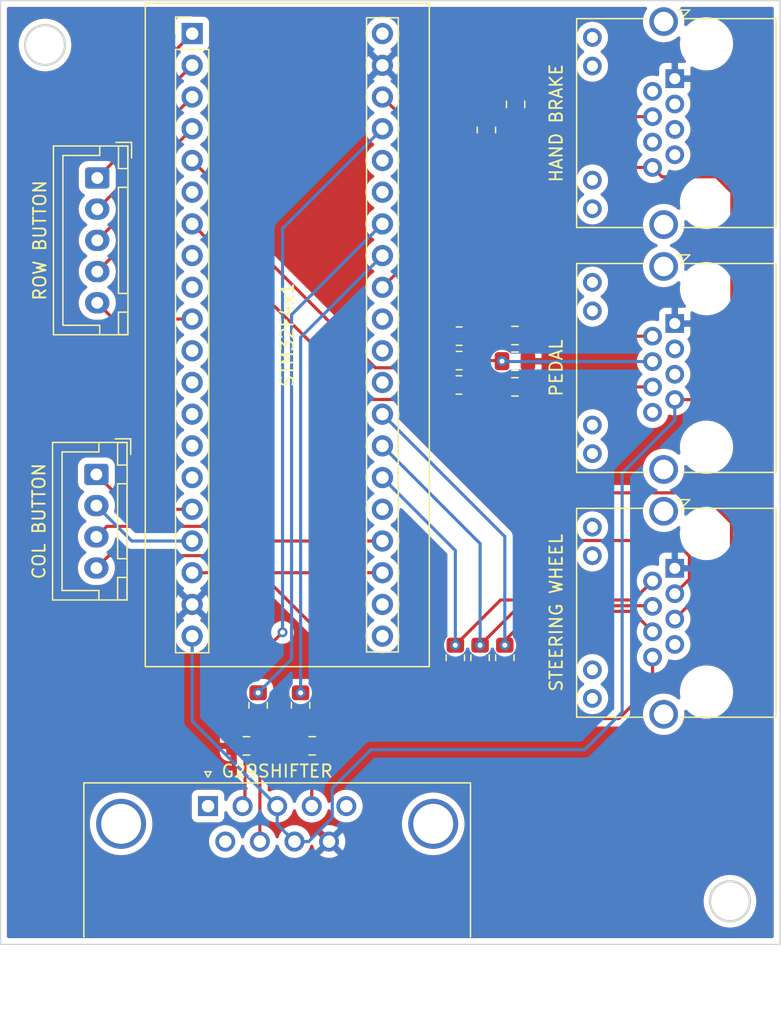
<source format=kicad_pcb>
(kicad_pcb (version 20211014) (generator pcbnew)
  (layers (0 "F.Cu" signal) (31 "B.Cu" signal) (34 "B.Paste" user) (35 "F.Paste" user) (36 "B.SilkS" user "B.Silkscreen") (37 "F.SilkS" user "F.Silkscreen") (38 "B.Mask" user) (39 "F.Mask" user) (44 "Edge.Cuts" user))
  (net 0 "")
  (net 1 "GND")
  (net 2 "ACCEL")
  (net 3 "BRAKE")
  (net 4 "CLUTCH")
  (net 5 "HBRAKE")
  (net 6 "SHIFTER X")
  (net 7 "SHIFTER Y")
  (net 8 "BTN_COL3")
  (net 9 "BTN_COL4")
  (net 11 "VCC 3.3V")
  (net 12 "REVERSE")
  (net 19 "VCC 5V")
  (net 20 "ENC A")
  (net 21 "ENC B")
  (net 22 "ENC Z")
  (net 23 "Net-(R4-Pad2)")
  (net 24 "Net-(R5-Pad2)")
  (net 25 "Net-(R6-Pad2)")
  (net 26 "Net-(R7-Pad2)")
  (net 27 "Net-(R8-Pad2)")
  (net 28 "PWM")
  (net 29 "DIR")
  (net 30 "BTN_ROW5")
  (net 34 "BTN_ROW4")
  (net 35 "BTN_ROW3")
  (net 36 "BTN_ROW2")
  (net 37 "BTN_ROW1")
  (net 39 "Net-(R9-Pad2)")
  (net 48 "BTN_COL1")
  (net 49 "BTN_COL2")
  (footprint "Resistor_SMD:R_0805_2012Metric_Pad1.20x1.40mm_HandSolder" (layer "F.Cu") (at 112.9124 86.6648 180)
    (fp_text reference "R6" hide)
    (fp_text value "220" hide)
    (fp_line (start -0.227064 0.735) (end 0.227064 0.735) (layer "F.SilkS") (width 0.12))
    (fp_line (start -0.227064 -0.735) (end 0.227064 -0.735) (layer "F.SilkS") (width 0.12))
    (pad "1" smd roundrect (at -1 0 180) (size 1.2 1.4) (layers "F.Cu" "F.Paste" "F.Mask") (roundrect_rratio 0.2083333333) (net 4 "CLUTCH"))
    (pad "2" smd roundrect (at 1 0 180) (size 1.2 1.4) (layers "F.Cu" "F.Paste" "F.Mask") (roundrect_rratio 0.2083333333) (net 25 "Net-(R6-Pad2)"))
  )
  (footprint "Connector_RJ:RJ45_Amphenol_RJHSE538X" (layer "F.Cu") (at 130.2004 101.35 -90)
    (fp_text reference "STEERINGWHEEL1" hide)
    (fp_text value "STEERING WHEEL" (at 3.56 9.5 90) (layer "F.SilkS"))
    (fp_line (start 11.925 -8.11) (end 11.925 -0.5) (layer "F.SilkS") (width 0.12))
    (fp_line (start -4.805 7.86) (end 11.925 7.86) (layer "F.SilkS") (width 0.12))
    (fp_line (start -5.5 -0.2) (end -5.5 -1.2) (layer "F.SilkS") (width 0.12))
    (fp_line (start -5 -0.7) (end -5.5 -0.2) (layer "F.SilkS") (width 0.12))
    (fp_line (start -4.805 -8.11) (end -4.805 -0.5) (layer "F.SilkS") (width 0.12))
    (fp_line (start -4.805 7.86) (end -4.805 2.3) (layer "F.SilkS") (width 0.12))
    (fp_line (start 11.925 7.86) (end 11.925 2.3) (layer "F.SilkS") (width 0.12))
    (fp_line (start -4.805 -8.11) (end 11.925 -8.11) (layer "F.SilkS") (width 0.12))
    (fp_line (start -5.5 -1.2) (end -5 -0.7) (layer "F.SilkS") (width 0.12))
    (pad "" np_thru_hole circle (at 9.91 -2.54 270) (size 3.25 3.25) (drill 3.25) (layers *.Cu *.Mask))
    (pad "" np_thru_hole circle (at -2.79 -2.54 270) (size 3.25 3.25) (drill 3.25) (layers *.Cu *.Mask))
    (pad "1" thru_hole rect (at 0 0 270) (size 1.5 1.5) (drill 0.89) (layers *.Cu *.Mask) (net 1 "GND"))
    (pad "2" thru_hole circle (at 1.016 1.78 270) (size 1.5 1.5) (drill 0.89) (layers *.Cu *.Mask) (net 20 "ENC A"))
    (pad "3" thru_hole circle (at 2.032 0 270) (size 1.5 1.5) (drill 0.89) (layers *.Cu *.Mask) (net 29 "DIR"))
    (pad "4" thru_hole circle (at 3.048 1.78 270) (size 1.5 1.5) (drill 0.89) (layers *.Cu *.Mask) (net 21 "ENC B"))
    (pad "5" thru_hole circle (at 4.064 0 270) (size 1.5 1.5) (drill 0.89) (layers *.Cu *.Mask) (net 28 "PWM"))
    (pad "6" thru_hole circle (at 5.08 1.78 270) (size 1.5 1.5) (drill 0.89) (layers *.Cu *.Mask) (net 22 "ENC Z"))
    (pad "7" thru_hole circle (at 6.096 0 270) (size 1.5 1.5) (drill 0.89) (layers *.Cu *.Mask))
    (pad "8" thru_hole circle (at 7.112 1.78 270) (size 1.5 1.5) (drill 0.89) (layers *.Cu *.Mask) (net 19 "VCC 5V"))
    (pad "9" thru_hole circle (at -3.3 6.6 270) (size 1.5 1.5) (drill 0.89) (layers *.Cu *.Mask))
    (pad "10" thru_hole circle (at -1.01 6.6 270) (size 1.5 1.5) (drill 0.89) (layers *.Cu *.Mask))
    (pad "11" thru_hole circle (at 8.13 6.6 270) (size 1.5 1.5) (drill 0.89) (layers *.Cu *.Mask))
    (pad "12" thru_hole circle (at 10.42 6.6 270) (size 1.5 1.5) (drill 0.89) (layers *.Cu *.Mask))
    (pad "SH" thru_hole circle (at -4.57 0.89 270) (size 2.3 2.3) (drill 1.57) (layers *.Cu *.Mask))
    (pad "SH" thru_hole circle (at 11.69 0.89 270) (size 2.3 2.3) (drill 1.57) (layers *.Cu *.Mask))
  )
  (footprint "Footprints:YAAJ_WeAct_BlackPill_2" (layer "F.Cu") (at 91.5416 58.5216)
    (fp_text reference "U1" hide)
    (fp_text value "YAAJ_WeAct_BlackPill_Part_Like_SWD_Breakout" hide)
    (fp_text user "STM32F4x1" (at 7.62 24.13 90) (layer "F.SilkS"))
    (fp_line (start 18.995 50.705) (end -3.755 50.705) (layer "F.SilkS") (width 0.12))
    (fp_line (start 1.33 49.59) (end -1.33 49.59) (layer "F.SilkS") (width 0.12))
    (fp_line (start 16.51 49.53) (end 13.97 49.53) (layer "F.SilkS") (width 0.12))
    (fp_line (start -3.755 -2.445) (end 18.995 -2.445) (layer "F.SilkS") (width 0.12))
    (fp_line (start 1.33 1.27) (end 1.33 49.59) (layer "F.SilkS") (width 0.12))
    (fp_line (start -1.33 0) (end -1.33 -1.33) (layer "F.SilkS") (width 0.12))
    (fp_line (start -1.33 1.27) (end 1.33 1.27) (layer "F.SilkS") (width 0.12))
    (fp_line (start 13.97 -1.27) (end 16.51 -1.27) (layer "F.SilkS") (width 0.12))
    (fp_line (start -3.755 50.705) (end -3.755 -2.445) (layer "F.SilkS") (width 0.12))
    (fp_line (start 16.51 -1.27) (end 16.51 49.53) (layer "F.SilkS") (width 0.12))
    (fp_line (start -1.33 49.59) (end -1.33 1.27) (layer "F.SilkS") (width 0.12))
    (fp_line (start 18.995 -2.445) (end 18.995 50.705) (layer "F.SilkS") (width 0.12))
    (fp_line (start 13.97 49.53) (end 13.97 -1.27) (layer "F.SilkS") (width 0.12))
    (fp_line (start -1.33 -1.33) (end 0 -1.33) (layer "F.SilkS") (width 0.12))
    (pad "1" thru_hole rect locked (at 0 0) (size 1.7 1.7) (drill 1) (layers *.Cu *.Mask) (net 37 "BTN_ROW1"))
    (pad "2" thru_hole circle locked (at 0 2.54) (size 1.7 1.7) (drill 1) (layers *.Cu *.Mask) (net 36 "BTN_ROW2"))
    (pad "3" thru_hole circle locked (at 0 5.08) (size 1.7 1.7) (drill 1) (layers *.Cu *.Mask) (net 35 "BTN_ROW3"))
    (pad "4" thru_hole circle locked (at 0 7.62) (size 1.7 1.7) (drill 1) (layers *.Cu *.Mask) (net 34 "BTN_ROW4"))
    (pad "5" thru_hole circle locked (at 0 10.16) (size 1.7 1.7) (drill 1) (layers *.Cu *.Mask) (net 28 "PWM"))
    (pad "6" thru_hole circle locked (at 0 12.7) (size 1.7 1.7) (drill 1) (layers *.Cu *.Mask))
    (pad "7" thru_hole circle locked (at 0 15.24) (size 1.7 1.7) (drill 1) (layers *.Cu *.Mask) (net 29 "DIR"))
    (pad "8" thru_hole circle locked (at 0 17.78) (size 1.7 1.7) (drill 1) (layers *.Cu *.Mask))
    (pad "9" thru_hole circle locked (at 0 20.32) (size 1.7 1.7) (drill 1) (layers *.Cu *.Mask))
    (pad "10" thru_hole circle locked (at 0 22.86) (size 1.7 1.7) (drill 1) (layers *.Cu *.Mask) (net 30 "BTN_ROW5"))
    (pad "11" thru_hole circle locked (at 0 25.4) (size 1.7 1.7) (drill 1) (layers *.Cu *.Mask))
    (pad "12" thru_hole circle locked (at 0 27.94) (size 1.7 1.7) (drill 1) (layers *.Cu *.Mask))
    (pad "13" thru_hole circle locked (at 0 30.48) (size 1.7 1.7) (drill 1) (layers *.Cu *.Mask))
    (pad "14" thru_hole circle locked (at 0 33.02) (size 1.7 1.7) (drill 1) (layers *.Cu *.Mask))
    (pad "15" thru_hole circle locked (at 0 35.56) (size 1.7 1.7) (drill 1) (layers *.Cu *.Mask))
    (pad "16" thru_hole circle locked (at 0 38.1) (size 1.7 1.7) (drill 1) (layers *.Cu *.Mask) (net 48 "BTN_COL1"))
    (pad "17" thru_hole circle locked (at 0 40.64) (size 1.7 1.7) (drill 1) (layers *.Cu *.Mask) (net 49 "BTN_COL2"))
    (pad "18" thru_hole circle locked (at 0 43.18) (size 1.7 1.7) (drill 1) (layers *.Cu *.Mask) (net 19 "VCC 5V"))
    (pad "19" thru_hole circle locked (at 0 45.72) (size 1.7 1.7) (drill 1) (layers *.Cu *.Mask) (net 1 "GND"))
    (pad "20" thru_hole circle locked (at 0 48.26) (size 1.7 1.7) (drill 1) (layers *.Cu *.Mask) (net 11 "VCC 3.3V"))
    (pad "21" thru_hole circle locked (at 15.24 48.26) (size 1.7 1.7) (drill 1) (layers *.Cu *.Mask))
    (pad "22" thru_hole circle locked (at 15.24 45.72) (size 1.7 1.7) (drill 1) (layers *.Cu *.Mask))
    (pad "23" thru_hole circle locked (at 15.24 43.18) (size 1.7 1.7) (drill 1) (layers *.Cu *.Mask) (net 8 "BTN_COL3"))
    (pad "24" thru_hole circle locked (at 15.24 40.64) (size 1.7 1.7) (drill 1) (layers *.Cu *.Mask) (net 9 "BTN_COL4"))
    (pad "25" thru_hole circle locked (at 15.24 38.1) (size 1.7 1.7) (drill 1) (layers *.Cu *.Mask))
    (pad "26" thru_hole circle locked (at 15.24 35.56) (size 1.7 1.7) (drill 1) (layers *.Cu *.Mask) (net 20 "ENC A"))
    (pad "27" thru_hole circle locked (at 15.24 33.02) (size 1.7 1.7) (drill 1) (layers *.Cu *.Mask) (net 21 "ENC B"))
    (pad "28" thru_hole circle locked (at 15.24 30.48) (size 1.7 1.7) (drill 1) (layers *.Cu *.Mask) (net 22 "ENC Z"))
    (pad "29" thru_hole circle locked (at 15.24 27.94) (size 1.7 1.7) (drill 1) (layers *.Cu *.Mask) (net 23 "Net-(R4-Pad2)"))
    (pad "30" thru_hole circle locked (at 15.24 25.4) (size 1.7 1.7) (drill 1) (layers *.Cu *.Mask) (net 24 "Net-(R5-Pad2)"))
    (pad "31" thru_hole circle locked (at 15.24 22.86) (size 1.7 1.7) (drill 1) (layers *.Cu *.Mask) (net 25 "Net-(R6-Pad2)"))
    (pad "32" thru_hole circle locked (at 15.24 20.32) (size 1.7 1.7) (drill 1) (layers *.Cu *.Mask) (net 26 "Net-(R7-Pad2)"))
    (pad "33" thru_hole circle locked (at 15.24 17.78) (size 1.7 1.7) (drill 1) (layers *.Cu *.Mask) (net 27 "Net-(R8-Pad2)"))
    (pad "34" thru_hole circle locked (at 15.24 15.24) (size 1.7 1.7) (drill 1) (layers *.Cu *.Mask) (net 39 "Net-(R9-Pad2)"))
    (pad "35" thru_hole circle locked (at 15.24 12.7) (size 1.7 1.7) (drill 1) (layers *.Cu *.Mask))
    (pad "36" thru_hole circle locked (at 15.24 10.16) (size 1.7 1.7) (drill 1) (layers *.Cu *.Mask))
    (pad "37" thru_hole circle locked (at 15.24 7.62) (size 1.7 1.7) (drill 1) (layers *.Cu *.Mask) (net 12 "REVERSE"))
    (pad "38" thru_hole circle locked (at 15.24 5.08) (size 1.7 1.7) (drill 1) (layers *.Cu *.Mask) (net 11 "VCC 3.3V"))
    (pad "39" thru_hole circle locked (at 15.24 2.54) (size 1.7 1.7) (drill 1) (layers *.Cu *.Mask) (net 1 "GND"))
    (pad "40" thru_hole circle locked (at 15.24 0) (size 1.7 1.7) (drill 1) (layers *.Cu *.Mask) (net 19 "VCC 5V"))
  )
  (footprint "Capacitor_SMD:C_0805_2012Metric_Pad1.18x1.45mm_HandSolder" (layer "F.Cu") (at 117.3988 86.8172 180)
    (fp_text reference "C3" hide)
    (fp_text value "10uF" hide)
    (fp_line (start -0.261252 0.735) (end 0.261252 0.735) (layer "F.SilkS") (width 0.12))
    (fp_line (start -0.261252 -0.735) (end 0.261252 -0.735) (layer "F.SilkS") (width 0.12))
    (pad "1" smd roundrect (at -1.0375 0 180) (size 1.175 1.45) (layers "F.Cu" "F.Paste" "F.Mask") (roundrect_rratio 0.2127659574) (net 1 "GND"))
    (pad "2" smd roundrect (at 1.0375 0 180) (size 1.175 1.45) (layers "F.Cu" "F.Paste" "F.Mask") (roundrect_rratio 0.2127659574) (net 4 "CLUTCH"))
  )
  (footprint "Capacitor_SMD:C_0805_2012Metric_Pad1.18x1.45mm_HandSolder" (layer "F.Cu") (at 101.1584 115.57 180)
    (fp_text reference "C5" hide)
    (fp_text value "10uF" hide)
    (fp_line (start -0.261252 -0.735) (end 0.261252 -0.735) (layer "F.SilkS") (width 0.12))
    (fp_line (start -0.261252 0.735) (end 0.261252 0.735) (layer "F.SilkS") (width 0.12))
    (pad "1" smd roundrect (at -1.0375 0 180) (size 1.175 1.45) (layers "F.Cu" "F.Paste" "F.Mask") (roundrect_rratio 0.2127659574) (net 1 "GND"))
    (pad "2" smd roundrect (at 1.0375 0 180) (size 1.175 1.45) (layers "F.Cu" "F.Paste" "F.Mask") (roundrect_rratio 0.2127659574) (net 6 "SHIFTER X"))
  )
  (footprint "Resistor_SMD:R_0805_2012Metric_Pad1.20x1.40mm_HandSolder" (layer "F.Cu") (at 112.9284 82.7532 180)
    (fp_text reference "R4" hide)
    (fp_text value "220" hide)
    (fp_line (start -0.227064 -0.735) (end 0.227064 -0.735) (layer "F.SilkS") (width 0.12))
    (fp_line (start -0.227064 0.735) (end 0.227064 0.735) (layer "F.SilkS") (width 0.12))
    (pad "1" smd roundrect (at -1 0 180) (size 1.2 1.4) (layers "F.Cu" "F.Paste" "F.Mask") (roundrect_rratio 0.2083333333) (net 2 "ACCEL"))
    (pad "2" smd roundrect (at 1 0 180) (size 1.2 1.4) (layers "F.Cu" "F.Paste" "F.Mask") (roundrect_rratio 0.2083333333) (net 23 "Net-(R4-Pad2)"))
  )
  (footprint "Resistor_SMD:R_0805_2012Metric_Pad1.20x1.40mm_HandSolder" (layer "F.Cu") (at 114.6048 108.5088 90)
    (fp_text reference "R2" hide)
    (fp_text value "4.7k" hide)
    (fp_line (start -0.227064 0.735) (end 0.227064 0.735) (layer "F.SilkS") (width 0.12))
    (fp_line (start -0.227064 -0.735) (end 0.227064 -0.735) (layer "F.SilkS") (width 0.12))
    (pad "1" smd roundrect (at -1 0 90) (size 1.2 1.4) (layers "F.Cu" "F.Paste" "F.Mask") (roundrect_rratio 0.2083333333) (net 19 "VCC 5V"))
    (pad "2" smd roundrect (at 1 0 90) (size 1.2 1.4) (layers "F.Cu" "F.Paste" "F.Mask") (roundrect_rratio 0.2083333333) (net 21 "ENC B"))
  )
  (footprint "Connector_JST:JST_XH_B4B-XH-A_1x04_P2.50mm_Vertical" (layer "F.Cu") (at 83.8708 93.8276 -90)
    (fp_text reference "J2" hide)
    (fp_text value "COL BUTTON" (at 3.75 4.6 90) (layer "F.SilkS"))
    (fp_line (start 0.75 -1.7) (end 6.75 -1.7) (layer "F.SilkS") (width 0.12))
    (fp_line (start -2.85 -2.75) (end -2.85 -1.5) (layer "F.SilkS") (width 0.12))
    (fp_line (start 10.05 -0.2) (end 9.3 -0.2) (layer "F.SilkS") (width 0.12))
    (fp_line (start -2.56 3.51) (end 10.06 3.51) (layer "F.SilkS") (width 0.12))
    (fp_line (start -1.8 2.75) (end 3.75 2.75) (layer "F.SilkS") (width 0.12))
    (fp_line (start 9.3 -0.2) (end 9.3 2.75) (layer "F.SilkS") (width 0.12))
    (fp_line (start -2.56 -2.46) (end -2.56 3.51) (layer "F.SilkS") (width 0.12))
    (fp_line (start 10.05 -1.7) (end 10.05 -2.45) (layer "F.SilkS") (width 0.12))
    (fp_line (start 0.75 -2.45) (end 0.75 -1.7) (layer "F.SilkS") (width 0.12))
    (fp_line (start 8.25 -2.45) (end 8.25 -1.7) (layer "F.SilkS") (width 0.12))
    (fp_line (start -2.55 -0.2) (end -1.8 -0.2) (layer "F.SilkS") (width 0.12))
    (fp_line (start 10.06 3.51) (end 10.06 -2.46) (layer "F.SilkS") (width 0.12))
    (fp_line (start 6.75 -1.7) (end 6.75 -2.45) (layer "F.SilkS") (width 0.12))
    (fp_line (start -2.55 -1.7) (end -0.75 -1.7) (layer "F.SilkS") (width 0.12))
    (fp_line (start 8.25 -1.7) (end 10.05 -1.7) (layer "F.SilkS") (width 0.12))
    (fp_line (start 10.06 -2.46) (end -2.56 -2.46) (layer "F.SilkS") (width 0.12))
    (fp_line (start -1.8 -0.2) (end -1.8 2.75) (layer "F.SilkS") (width 0.12))
    (fp_line (start -0.75 -2.45) (end -2.55 -2.45) (layer "F.SilkS") (width 0.12))
    (fp_line (start 10.05 -2.45) (end 8.25 -2.45) (layer "F.SilkS") (width 0.12))
    (fp_line (start -2.55 -2.45) (end -2.55 -1.7) (layer "F.SilkS") (width 0.12))
    (fp_line (start 6.75 -2.45) (end 0.75 -2.45) (layer "F.SilkS") (width 0.12))
    (fp_line (start 9.3 2.75) (end 3.75 2.75) (layer "F.SilkS") (width 0.12))
    (fp_line (start -1.6 -2.75) (end -2.85 -2.75) (layer "F.SilkS") (width 0.12))
    (fp_line (start -0.75 -1.7) (end -0.75 -2.45) (layer "F.SilkS") (width 0.12))
    (pad "1" thru_hole roundrect (at 0 0 270) (size 1.7 1.95) (drill 0.95) (layers *.Cu *.Mask) (roundrect_rratio 0.1470588235) (net 48 "BTN_COL1"))
    (pad "2" thru_hole oval (at 2.5 0 270) (size 1.7 1.95) (drill 0.95) (layers *.Cu *.Mask) (net 49 "BTN_COL2"))
    (pad "3" thru_hole oval (at 5 0 270) (size 1.7 1.95) (drill 0.95) (layers *.Cu *.Mask) (net 9 "BTN_COL4"))
    (pad "4" thru_hole oval (at 7.5 0 270) (size 1.7 1.95) (drill 0.95) (layers *.Cu *.Mask) (net 8 "BTN_COL3"))
  )
  (footprint "Capacitor_SMD:C_0805_2012Metric_Pad1.18x1.45mm_HandSolder" (layer "F.Cu") (at 117.4496 64.1897 -90)
    (fp_text reference "C4" hide)
    (fp_text value "10uF" hide)
    (fp_line (start -0.261252 -0.735) (end 0.261252 -0.735) (layer "F.SilkS") (width 0.12))
    (fp_line (start -0.261252 0.735) (end 0.261252 0.735) (layer "F.SilkS") (width 0.12))
    (pad "1" smd roundrect (at -1.0375 0 270) (size 1.175 1.45) (layers "F.Cu" "F.Paste" "F.Mask") (roundrect_rratio 0.2127659574) (net 1 "GND"))
    (pad "2" smd roundrect (at 1.0375 0 270) (size 1.175 1.45) (layers "F.Cu" "F.Paste" "F.Mask") (roundrect_rratio 0.2127659574) (net 5 "HBRAKE"))
  )
  (footprint "Connector_RJ:RJ45_Amphenol_RJHSE538X" (layer "F.Cu") (at 130.2004 62.1284 -90)
    (fp_text reference "HBRAKE1" hide)
    (fp_text value "HAND BRAKE" (at 3.56 9.5 90) (layer "F.SilkS"))
    (fp_line (start 11.925 -8.11) (end 11.925 -0.5) (layer "F.SilkS") (width 0.12))
    (fp_line (start 11.925 7.86) (end 11.925 2.3) (layer "F.SilkS") (width 0.12))
    (fp_line (start -5 -0.7) (end -5.5 -0.2) (layer "F.SilkS") (width 0.12))
    (fp_line (start -5.5 -1.2) (end -5 -0.7) (layer "F.SilkS") (width 0.12))
    (fp_line (start -4.805 -8.11) (end -4.805 -0.5) (layer "F.SilkS") (width 0.12))
    (fp_line (start -5.5 -0.2) (end -5.5 -1.2) (layer "F.SilkS") (width 0.12))
    (fp_line (start -4.805 7.86) (end -4.805 2.3) (layer "F.SilkS") (width 0.12))
    (fp_line (start -4.805 7.86) (end 11.925 7.86) (layer "F.SilkS") (width 0.12))
    (fp_line (start -4.805 -8.11) (end 11.925 -8.11) (layer "F.SilkS") (width 0.12))
    (pad "" np_thru_hole circle (at -2.79 -2.54 270) (size 3.25 3.25) (drill 3.25) (layers *.Cu *.Mask))
    (pad "" np_thru_hole circle (at 9.91 -2.54 270) (size 3.25 3.25) (drill 3.25) (layers *.Cu *.Mask))
    (pad "1" thru_hole rect (at 0 0 270) (size 1.5 1.5) (drill 0.89) (layers *.Cu *.Mask) (net 1 "GND"))
    (pad "2" thru_hole circle (at 1.016 1.78 270) (size 1.5 1.5) (drill 0.89) (layers *.Cu *.Mask))
    (pad "3" thru_hole circle (at 2.032 0 270) (size 1.5 1.5) (drill 0.89) (layers *.Cu *.Mask))
    (pad "4" thru_hole circle (at 3.048 1.78 270) (size 1.5 1.5) (drill 0.89) (layers *.Cu *.Mask) (net 5 "HBRAKE"))
    (pad "5" thru_hole circle (at 4.064 0 270) (size 1.5 1.5) (drill 0.89) (layers *.Cu *.Mask))
    (pad "6" thru_hole circle (at 5.08 1.78 270) (size 1.5 1.5) (drill 0.89) (layers *.Cu *.Mask))
    (pad "7" thru_hole circle (at 6.096 0 270) (size 1.5 1.5) (drill 0.89) (layers *.Cu *.Mask))
    (pad "8" thru_hole circle (at 7.112 1.78 270) (size 1.5 1.5) (drill 0.89) (layers *.Cu *.Mask) (net 11 "VCC 3.3V"))
    (pad "9" thru_hole circle (at -3.3 6.6 270) (size 1.5 1.5) (drill 0.89) (layers *.Cu *.Mask))
    (pad "10" thru_hole circle (at -1.01 6.6 270) (size 1.5 1.5) (drill 0.89) (layers *.Cu *.Mask))
    (pad "11" thru_hole circle (at 8.13 6.6 270) (size 1.5 1.5) (drill 0.89) (layers *.Cu *.Mask))
    (pad "12" thru_hole circle (at 10.42 6.6 270) (size 1.5 1.5) (drill 0.89) (layers *.Cu *.Mask))
    (pad "SH" thru_hole circle (at 11.69 0.89 270) (size 2.3 2.3) (drill 1.57) (layers *.Cu *.Mask))
    (pad "SH" thru_hole circle (at -4.57 0.89 270) (size 2.3 2.3) (drill 1.57) (layers *.Cu *.Mask))
  )
  (footprint "Capacitor_SMD:C_0805_2012Metric_Pad1.18x1.45mm_HandSolder" (layer "F.Cu") (at 117.3988 82.7024)
    (fp_text reference "C1" hide)
    (fp_text value "10uF" hide)
    (fp_line (start -0.261252 0.735) (end 0.261252 0.735) (layer "F.SilkS") (width 0.12))
    (fp_line (start -0.261252 -0.735) (end 0.261252 -0.735) (layer "F.SilkS") (width 0.12))
    (pad "1" smd roundrect (at -1.0375 0) (size 1.175 1.45) (layers "F.Cu" "F.Paste" "F.Mask") (roundrect_rratio 0.2127659574) (net 2 "ACCEL"))
    (pad "2" smd roundrect (at 1.0375 0) (size 1.175 1.45) (layers "F.Cu" "F.Paste" "F.Mask") (roundrect_rratio 0.2127659574) (net 1 "GND"))
  )
  (footprint "Resistor_SMD:R_0805_2012Metric_Pad1.20x1.40mm_HandSolder" (layer "F.Cu") (at 115.1128 66.2432 -90)
    (fp_text reference "R7" hide)
    (fp_text value "220" hide)
    (fp_line (start -0.227064 -0.735) (end 0.227064 -0.735) (layer "F.SilkS") (width 0.12))
    (fp_line (start -0.227064 0.735) (end 0.227064 0.735) (layer "F.SilkS") (width 0.12))
    (pad "1" smd roundrect (at -1 0 270) (size 1.2 1.4) (layers "F.Cu" "F.Paste" "F.Mask") (roundrect_rratio 0.2083333333) (net 5 "HBRAKE"))
    (pad "2" smd roundrect (at 1 0 270) (size 1.2 1.4) (layers "F.Cu" "F.Paste" "F.Mask") (roundrect_rratio 0.2083333333) (net 26 "Net-(R7-Pad2)"))
  )
  (footprint "Connector_RJ:RJ45_Amphenol_RJHSE538X" (layer "F.Cu") (at 130.2004 81.7412 -90)
    (fp_text reference "PEDAL1" hide)
    (fp_text value "PEDAL" (at 3.56 9.5 90) (layer "F.SilkS"))
    (fp_line (start -5.5 -1.2) (end -5 -0.7) (layer "F.SilkS") (width 0.12))
    (fp_line (start -4.805 7.86) (end -4.805 2.3) (layer "F.SilkS") (width 0.12))
    (fp_line (start -5.5 -0.2) (end -5.5 -1.2) (layer "F.SilkS") (width 0.12))
    (fp_line (start -4.805 -8.11) (end -4.805 -0.5) (layer "F.SilkS") (width 0.12))
    (fp_line (start -5 -0.7) (end -5.5 -0.2) (layer "F.SilkS") (width 0.12))
    (fp_line (start 11.925 -8.11) (end 11.925 -0.5) (layer "F.SilkS") (width 0.12))
    (fp_line (start -4.805 7.86) (end 11.925 7.86) (layer "F.SilkS") (width 0.12))
    (fp_line (start 11.925 7.86) (end 11.925 2.3) (layer "F.SilkS") (width 0.12))
    (fp_line (start -4.805 -8.11) (end 11.925 -8.11) (layer "F.SilkS") (width 0.12))
    (pad "" np_thru_hole circle (at -2.79 -2.54 270) (size 3.25 3.25) (drill 3.25) (layers *.Cu *.Mask))
    (pad "" np_thru_hole circle (at 9.91 -2.54 270) (size 3.25 3.25) (drill 3.25) (layers *.Cu *.Mask))
    (pad "1" thru_hole rect (at 0 0 270) (size 1.5 1.5) (drill 0.89) (layers *.Cu *.Mask) (net 1 "GND"))
    (pad "2" thru_hole circle (at 1.016 1.78 270) (size 1.5 1.5) (drill 0.89) (layers *.Cu *.Mask) (net 2 "ACCEL"))
    (pad "3" thru_hole circle (at 2.032 0 270) (size 1.5 1.5) (drill 0.89) (layers *.Cu *.Mask))
    (pad "4" thru_hole circle (at 3.048 1.78 270) (size 1.5 1.5) (drill 0.89) (layers *.Cu *.Mask) (net 3 "BRAKE"))
    (pad "5" thru_hole circle (at 4.064 0 270) (size 1.5 1.5) (drill 0.89) (layers *.Cu *.Mask))
    (pad "6" thru_hole circle (at 5.08 1.78 270) (size 1.5 1.5) (drill 0.89) (layers *.Cu *.Mask) (net 4 "CLUTCH"))
    (pad "7" thru_hole circle (at 6.096 0 270) (size 1.5 1.5) (drill 0.89) (layers *.Cu *.Mask) (net 11 "VCC 3.3V"))
    (pad "8" thru_hole circle (at 7.112 1.78 270) (size 1.5 1.5) (drill 0.89) (layers *.Cu *.Mask))
    (pad "9" thru_hole circle (at -3.3 6.6 270) (size 1.5 1.5) (drill 0.89) (layers *.Cu *.Mask))
    (pad "10" thru_hole circle (at -1.01 6.6 270) (size 1.5 1.5) (drill 0.89) (layers *.Cu *.Mask))
    (pad "11" thru_hole circle (at 8.13 6.6 270) (size 1.5 1.5) (drill 0.89) (layers *.Cu *.Mask))
    (pad "12" thru_hole circle (at 10.42 6.6 270) (size 1.5 1.5) (drill 0.89) (layers *.Cu *.Mask))
    (pad "SH" thru_hole circle (at -4.57 0.89 270) (size 2.3 2.3) (drill 1.57) (layers *.Cu *.Mask))
    (pad "SH" thru_hole circle (at 11.69 0.89 270) (size 2.3 2.3) (drill 1.57) (layers *.Cu *.Mask))
  )
  (footprint "Resistor_SMD:R_0805_2012Metric_Pad1.20x1.40mm_HandSolder" (layer "F.Cu") (at 116.586 108.5088 90)
    (fp_text reference "R3" hide)
    (fp_text value "4.7k" hide)
    (fp_line (start -0.227064 0.735) (end 0.227064 0.735) (layer "F.SilkS") (width 0.12))
    (fp_line (start -0.227064 -0.735) (end 0.227064 -0.735) (layer "F.SilkS") (width 0.12))
    (pad "1" smd roundrect (at -1 0 90) (size 1.2 1.4) (layers "F.Cu" "F.Paste" "F.Mask") (roundrect_rratio 0.2083333333) (net 19 "VCC 5V"))
    (pad "2" smd roundrect (at 1 0 90) (size 1.2 1.4) (layers "F.Cu" "F.Paste" "F.Mask") (roundrect_rratio 0.2083333333) (net 22 "ENC Z"))
  )
  (footprint "Connector_JST:JST_XH_B5B-XH-A_1x05_P2.50mm_Vertical" (layer "F.Cu") (at 83.9386 70.0824 -90)
    (fp_text reference "J1" hide)
    (fp_text value "ROW BUTTON" (at 5 4.6 90) (layer "F.SilkS"))
    (fp_line (start 9.25 -2.45) (end 0.75 -2.45) (layer "F.SilkS") (width 0.12))
    (fp_line (start -2.85 -2.75) (end -2.85 -1.5) (layer "F.SilkS") (width 0.12))
    (fp_line (start -2.55 -1.7) (end -0.75 -1.7) (layer "F.SilkS") (width 0.12))
    (fp_line (start 12.56 3.51) (end 12.56 -2.46) (layer "F.SilkS") (width 0.12))
    (fp_line (start 0.75 -1.7) (end 9.25 -1.7) (layer "F.SilkS") (width 0.12))
    (fp_line (start 9.25 -1.7) (end 9.25 -2.45) (layer "F.SilkS") (width 0.12))
    (fp_line (start 10.75 -2.45) (end 10.75 -1.7) (layer "F.SilkS") (width 0.12))
    (fp_line (start -0.75 -2.45) (end -2.55 -2.45) (layer "F.SilkS") (width 0.12))
    (fp_line (start 11.8 -0.2) (end 11.8 2.75) (layer "F.SilkS") (width 0.12))
    (fp_line (start -1.8 -0.2) (end -1.8 2.75) (layer "F.SilkS") (width 0.12))
    (fp_line (start 12.55 -0.2) (end 11.8 -0.2) (layer "F.SilkS") (width 0.12))
    (fp_line (start -2.55 -2.45) (end -2.55 -1.7) (layer "F.SilkS") (width 0.12))
    (fp_line (start -2.56 -2.46) (end -2.56 3.51) (layer "F.SilkS") (width 0.12))
    (fp_line (start 12.56 -2.46) (end -2.56 -2.46) (layer "F.SilkS") (width 0.12))
    (fp_line (start -0.75 -1.7) (end -0.75 -2.45) (layer "F.SilkS") (width 0.12))
    (fp_line (start -1.6 -2.75) (end -2.85 -2.75) (layer "F.SilkS") (width 0.12))
    (fp_line (start 11.8 2.75) (end 5 2.75) (layer "F.SilkS") (width 0.12))
    (fp_line (start 0.75 -2.45) (end 0.75 -1.7) (layer "F.SilkS") (width 0.12))
    (fp_line (start -2.55 -0.2) (end -1.8 -0.2) (layer "F.SilkS") (width 0.12))
    (fp_line (start 12.55 -2.45) (end 10.75 -2.45) (layer "F.SilkS") (width 0.12))
    (fp_line (start -1.8 2.75) (end 5 2.75) (layer "F.SilkS") (width 0.12))
    (fp_line (start 10.75 -1.7) (end 12.55 -1.7) (layer "F.SilkS") (width 0.12))
    (fp_line (start -2.56 3.51) (end 12.56 3.51) (layer "F.SilkS") (width 0.12))
    (fp_line (start 12.55 -1.7) (end 12.55 -2.45) (layer "F.SilkS") (width 0.12))
    (pad "1" thru_hole roundrect (at 0 0 270) (size 1.7 1.95) (drill 0.95) (layers *.Cu *.Mask) (roundrect_rratio 0.1470588235) (net 37 "BTN_ROW1"))
    (pad "2" thru_hole oval (at 2.5 0 270) (size 1.7 1.95) (drill 0.95) (layers *.Cu *.Mask) (net 36 "BTN_ROW2"))
    (pad "3" thru_hole oval (at 5 0 270) (size 1.7 1.95) (drill 0.95) (layers *.Cu *.Mask) (net 35 "BTN_ROW3"))
    (pad "4" thru_hole oval (at 7.5 0 270) (size 1.7 1.95) (drill 0.95) (layers *.Cu *.Mask) (net 34 "BTN_ROW4"))
    (pad "5" thru_hole oval (at 10 0 270) (size 1.7 1.95) (drill 0.95) (layers *.Cu *.Mask) (net 30 "BTN_ROW5"))
  )
  (footprint "Capacitor_SMD:C_0805_2012Metric_Pad1.18x1.45mm_HandSolder" (layer "F.Cu") (at 117.3988 84.7598 180)
    (fp_text reference "C2" hide)
    (fp_text value "10uF" hide)
    (fp_line (start -0.261252 -0.735) (end 0.261252 -0.735) (layer "F.SilkS") (width 0.12))
    (fp_line (start -0.261252 0.735) (end 0.261252 0.735) (layer "F.SilkS") (width 0.12))
    (pad "1" smd roundrect (at -1.0375 0 180) (size 1.175 1.45) (layers "F.Cu" "F.Paste" "F.Mask") (roundrect_rratio 0.2127659574) (net 1 "GND"))
    (pad "2" smd roundrect (at 1.0375 0 180) (size 1.175 1.45) (layers "F.Cu" "F.Paste" "F.Mask") (roundrect_rratio 0.2127659574) (net 3 "BRAKE"))
  )
  (footprint "Resistor_SMD:R_0805_2012Metric_Pad1.20x1.40mm_HandSolder" (layer "F.Cu") (at 112.9284 84.709 180)
    (fp_text reference "R5" hide)
    (fp_text value "220" hide)
    (fp_line (start -0.227064 -0.735) (end 0.227064 -0.735) (layer "F.SilkS") (width 0.12))
    (fp_line (start -0.227064 0.735) (end 0.227064 0.735) (layer "F.SilkS") (width 0.12))
    (pad "1" smd roundrect (at -1 0 180) (size 1.2 1.4) (layers "F.Cu" "F.Paste" "F.Mask") (roundrect_rratio 0.2083333333) (net 3 "BRAKE"))
    (pad "2" smd roundrect (at 1 0 180) (size 1.2 1.4) (layers "F.Cu" "F.Paste" "F.Mask") (roundrect_rratio 0.2083333333) (net 24 "Net-(R5-Pad2)"))
  )
  (footprint "Resistor_SMD:R_0805_2012Metric_Pad1.20x1.40mm_HandSolder" (layer "F.Cu") (at 112.6236 108.5088 90)
    (fp_text reference "R1" hide)
    (fp_text value "4.7k" hide)
    (fp_line (start -0.227064 -0.735) (end 0.227064 -0.735) (layer "F.SilkS") (width 0.12))
    (fp_line (start -0.227064 0.735) (end 0.227064 0.735) (layer "F.SilkS") (width 0.12))
    (pad "1" smd roundrect (at -1 0 90) (size 1.2 1.4) (layers "F.Cu" "F.Paste" "F.Mask") (roundrect_rratio 0.2083333333) (net 19 "VCC 5V"))
    (pad "2" smd roundrect (at 1 0 90) (size 1.2 1.4) (layers "F.Cu" "F.Paste" "F.Mask") (roundrect_rratio 0.2083333333) (net 20 "ENC A"))
  )
  (footprint "Resistor_SMD:R_0805_2012Metric_Pad1.20x1.40mm_HandSolder" (layer "F.Cu") (at 100.2284 112.3188 90)
    (fp_text reference "R8" hide)
    (fp_text value "220" hide)
    (fp_line (start -0.227064 0.735) (end 0.227064 0.735) (layer "F.SilkS") (width 0.12))
    (fp_line (start -0.227064 -0.735) (end 0.227064 -0.735) (layer "F.SilkS") (width 0.12))
    (pad "1" smd roundrect (at -1 0 90) (size 1.2 1.4) (layers "F.Cu" "F.Paste" "F.Mask") (roundrect_rratio 0.2083333333) (net 6 "SHIFTER X"))
    (pad "2" smd roundrect (at 1 0 90) (size 1.2 1.4) (layers "F.Cu" "F.Paste" "F.Mask") (roundrect_rratio 0.2083333333) (net 27 "Net-(R8-Pad2)"))
  )
  (footprint "Resistor_SMD:R_0805_2012Metric_Pad1.20x1.40mm_HandSolder" (layer "F.Cu") (at 96.8248 112.3188 90)
    (fp_text reference "R9" hide)
    (fp_text value "220" hide)
    (fp_line (start -0.227064 0.735) (end 0.227064 0.735) (layer "F.SilkS") (width 0.12))
    (fp_line (start -0.227064 -0.735) (end 0.227064 -0.735) (layer "F.SilkS") (width 0.12))
    (pad "1" smd roundrect (at -1 0 90) (size 1.2 1.4) (layers "F.Cu" "F.Paste" "F.Mask") (roundrect_rratio 0.2083333333) (net 7 "SHIFTER Y"))
    (pad "2" smd roundrect (at 1 0 90) (size 1.2 1.4) (layers "F.Cu" "F.Paste" "F.Mask") (roundrect_rratio 0.2083333333) (net 39 "Net-(R9-Pad2)"))
  )
  (footprint "Connector_Dsub:DSUB-9_Male_Horizontal_P2.77x2.84mm_EdgePinOffset7.70mm_Housed_MountingHolesOffset9.12mm" (layer "F.Cu") (at 92.8116 120.396)
    (fp_text reference "G29SHIFTER" (at 5.54 -2.8) (layer "F.SilkS"))
    (fp_text value "DB9_Male" hide)
    (fp_line (start -0.25 -2.754338) (end 0.25 -2.754338) (layer "F.SilkS") (width 0.12))
    (fp_line (start -9.945 10.48) (end -9.945 -1.86) (layer "F.SilkS") (width 0.12))
    (fp_line (start -9.945 -1.86) (end 21.025 -1.86) (layer "F.SilkS") (width 0.12))
    (fp_line (start 0.25 -2.754338) (end 0 -2.321325) (layer "F.SilkS") (width 0.12))
    (fp_line (start 21.025 -1.86) (end 21.025 10.48) (layer "F.SilkS") (width 0.12))
    (fp_line (start 0 -2.321325) (end -0.25 -2.754338) (layer "F.SilkS") (width 0.12))
    (pad "0" thru_hole circle (at -6.96 1.42) (size 4 4) (drill 3.2) (layers *.Cu *.Mask))
    (pad "0" thru_hole circle (at 18.04 1.42) (size 4 4) (drill 3.2) (layers *.Cu *.Mask))
    (pad "1" thru_hole rect (at 0 0) (size 1.6 1.6) (drill 1) (layers *.Cu *.Mask))
    (pad "2" thru_hole circle (at 2.77 0) (size 1.6 1.6) (drill 1) (layers *.Cu *.Mask) (net 12 "REVERSE"))
    (pad "3" thru_hole circle (at 5.54 0) (size 1.6 1.6) (drill 1) (layers *.Cu *.Mask) (net 11 "VCC 3.3V"))
    (pad "4" thru_hole circle (at 8.31 0) (size 1.6 1.6) (drill 1) (layers *.Cu *.Mask) (net 6 "SHIFTER X"))
    (pad "5" thru_hole circle (at 11.08 0) (size 1.6 1.6) (drill 1) (layers *.Cu *.Mask))
    (pad "6" thru_hole circle (at 1.385 2.84) (size 1.6 1.6) (drill 1) (layers *.Cu *.Mask))
    (pad "7" thru_hole circle (at 4.155 2.84) (size 1.6 1.6) (drill 1) (layers *.Cu *.Mask) (net 7 "SHIFTER Y"))
    (pad "8" thru_hole circle (at 6.925 2.84) (size 1.6 1.6) (drill 1) (layers *.Cu *.Mask) (net 11 "VCC 3.3V"))
    (pad "9" thru_hole circle (at 9.695 2.84) (size 1.6 1.6) (drill 1) (layers *.Cu *.Mask) (net 1 "GND"))
  )
  (footprint "Capacitor_SMD:C_0805_2012Metric_Pad1.18x1.45mm_HandSolder" (layer "F.Cu") (at 95.8948 115.57)
    (fp_text reference "C6" hide)
    (fp_text value "10uF" hide)
    (fp_line (start -0.261252 0.735) (end 0.261252 0.735) (layer "F.SilkS") (width 0.12))
    (fp_line (start -0.261252 -0.735) (end 0.261252 -0.735) (layer "F.SilkS") (width 0.12))
    (pad "1" smd roundrect (at -1.0375 0) (size 1.175 1.45) (layers "F.Cu" "F.Paste" "F.Mask") (roundrect_rratio 0.2127659574) (net 1 "GND"))
    (pad "2" smd roundrect (at 1.0375 0) (size 1.175 1.45) (layers "F.Cu" "F.Paste" "F.Mask") (roundrect_rratio 0.2127659574) (net 7 "SHIFTER Y"))
  )
  (gr_rect (start 76.2 55.88) (end 138.6332 131.4704) (layer "Edge.Cuts") (width 0.1) (fill none))
  (gr_circle (center 79.756 59.436) (end 81.356 59.436) (layer "Edge.Cuts") (width 0.2) (fill none))
  (gr_circle (center 134.62 128.016) (end 136.22 128.016) (layer "Edge.Cuts") (width 0.2) (fill none))
  (segment (start 116.3105 82.7532) (end 116.3613 82.7024) (width 0.25) (layer "F.Cu") (net 2))
  (segment (start 113.9284 82.7532) (end 116.3105 82.7532) (width 0.25) (layer "F.Cu") (net 2))
  (segment (start 121.9748 82.7572) (end 128.4204 82.7572) (width 0.25) (layer "F.Cu") (net 2))
  (segment (start 120.87048 81.65288) (end 121.9748 82.7572) (width 0.25) (layer "F.Cu") (net 2))
  (segment (start 116.3613 82.7024) (end 117.41082 81.65288) (width 0.25) (layer "F.Cu") (net 2))
  (segment (start 117.41082 81.65288) (end 120.87048 81.65288) (width 0.25) (layer "F.Cu") (net 2))
  (segment (start 116.3105 84.709) (end 116.3613 84.7598) (width 0.25) (layer "F.Cu") (net 3))
  (segment (start 113.9284 84.709) (end 116.3105 84.709) (width 0.25) (layer "F.Cu") (net 3))
  (via (at 116.3613 84.7598) (size 0.8) (drill 0.4) (layers "F.Cu" "B.Cu") (net 3))
  (segment (start 116.3907 84.7892) (end 128.4204 84.7892) (width 0.25) (layer "B.Cu") (net 3))
  (segment (start 113.9124 86.6648) (end 116.2089 86.6648) (width 0.25) (layer "F.Cu") (net 4))
  (segment (start 128.4204 86.8212) (end 121.8652 86.8212) (width 0.25) (layer "F.Cu") (net 4))
  (segment (start 117.41082 87.86672) (end 120.81968 87.86672) (width 0.25) (layer "F.Cu") (net 4))
  (segment (start 116.3613 86.8172) (end 117.41082 87.86672) (width 0.25) (layer "F.Cu") (net 4))
  (segment (start 116.2089 86.6648) (end 116.3613 86.8172) (width 0.25) (layer "F.Cu") (net 4))
  (segment (start 120.81968 87.86672) (end 121.8652 86.8212) (width 0.25) (layer "F.Cu") (net 4))
  (segment (start 128.4204 65.1764) (end 117.5004 65.1764) (width 0.25) (layer "F.Cu") (net 5))
  (segment (start 117.5004 65.1764) (end 117.4496 65.2272) (width 0.25) (layer "F.Cu") (net 5))
  (segment (start 117.4496 65.2272) (end 115.1288 65.2272) (width 0.25) (layer "F.Cu") (net 5))
  (segment (start 115.1288 65.2272) (end 115.1128 65.2432) (width 0.25) (layer "F.Cu") (net 5))
  (segment (start 100.2284 113.3188) (end 100.2284 115.4625) (width 0.25) (layer "F.Cu") (net 6))
  (segment (start 100.1209 115.57) (end 101.1216 116.5707) (width 0.25) (layer "F.Cu") (net 6))
  (segment (start 101.1216 116.5707) (end 101.1216 120.396) (width 0.25) (layer "F.Cu") (net 6))
  (segment (start 96.9323 115.57) (end 96.9666 115.6043) (width 0.25) (layer "F.Cu") (net 7))
  (segment (start 96.8248 113.3188) (end 96.8248 115.4625) (width 0.25) (layer "F.Cu") (net 7))
  (segment (start 96.9666 115.6043) (end 96.9666 123.236) (width 0.25) (layer "F.Cu") (net 7))
  (segment (start 96.8248 115.4625) (end 96.9323 115.57) (width 0.25) (layer "F.Cu") (net 7))
  (segment (start 84.862289 100.336111) (end 83.8708 101.3276) (width 0.25) (layer "F.Cu") (net 8))
  (segment (start 96.272111 100.336111) (end 84.862289 100.336111) (width 0.25) (layer "F.Cu") (net 8))
  (segment (start 97.6376 101.7016) (end 96.272111 100.336111) (width 0.25) (layer "F.Cu") (net 8))
  (segment (start 106.7816 101.7016) (end 97.6376 101.7016) (width 0.25) (layer "F.Cu") (net 8))
  (segment (start 84.711311 97.987089) (end 83.8708 98.8276) (width 0.25) (layer "F.Cu") (net 9))
  (segment (start 106.7816 99.1616) (end 97.1804 99.1616) (width 0.25) (layer "F.Cu") (net 9))
  (segment (start 97.1804 99.1616) (end 96.005889 97.987089) (width 0.25) (layer "F.Cu") (net 9))
  (segment (start 96.005889 97.987089) (end 84.711311 97.987089) (width 0.25) (layer "F.Cu") (net 9))
  (segment (start 122.50348 66.31868) (end 125.4252 69.2404) (width 0.25) (layer "F.Cu") (net 11))
  (segment (start 125.4252 69.2404) (end 128.4204 69.2404) (width 0.25) (layer "F.Cu") (net 11))
  (segment (start 129.1704 69.9904) (end 128.4204 69.2404) (width 0.25) (layer "F.Cu") (net 11))
  (segment (start 134.108 87.8372) (end 134.7724 87.1728) (width 0.25) (layer "F.Cu") (net 11))
  (segment (start 109.49868 66.31868) (end 122.50348 66.31868) (width 0.25) (layer "F.Cu") (net 11))
  (segment (start 134.7724 87.1728) (end 134.7724 71.242649) (width 0.25) (layer "F.Cu") (net 11))
  (segment (start 106.7816 63.6016) (end 109.49868 66.31868) (width 0.25) (layer "F.Cu") (net 11))
  (segment (start 133.520151 69.9904) (end 129.1704 69.9904) (width 0.25) (layer "F.Cu") (net 11))
  (segment (start 134.7724 71.242649) (end 133.520151 69.9904) (width 0.25) (layer "F.Cu") (net 11))
  (segment (start 130.2004 87.8372) (end 134.108 87.8372) (width 0.25) (layer "F.Cu") (net 11))
  (segment (start 105.8672 115.8748) (end 122.9868 115.8748) (width 0.25) (layer "B.Cu") (net 11))
  (segment (start 122.9868 115.8748) (end 125.984 112.8776) (width 0.25) (layer "B.Cu") (net 11))
  (segment (start 102.767089 121.336881) (end 102.767089 118.974911) (width 0.25) (layer "B.Cu") (net 11))
  (segment (start 125.984 93.726) (end 130.2004 89.5096) (width 0.25) (layer "B.Cu") (net 11))
  (segment (start 98.3516 120.396) (end 98.3516 121.851) (width 0.25) (layer "B.Cu") (net 11))
  (segment (start 125.984 112.8776) (end 125.984 93.726) (width 0.25) (layer "B.Cu") (net 11))
  (segment (start 102.767089 118.974911) (end 105.8672 115.8748) (width 0.25) (layer "B.Cu") (net 11))
  (segment (start 91.5416 113.586) (end 98.3516 120.396) (width 0.25) (layer "B.Cu") (net 11))
  (segment (start 91.5416 106.7816) (end 91.5416 113.586) (width 0.25) (layer "B.Cu") (net 11))
  (segment (start 98.3516 121.851) (end 99.7366 123.236) (width 0.25) (layer "B.Cu") (net 11))
  (segment (start 130.2004 89.5096) (end 130.2004 87.8372) (width 0.25) (layer "B.Cu") (net 11))
  (segment (start 99.7366 123.236) (end 100.86797 123.236) (width 0.25) (layer "B.Cu") (net 11))
  (segment (start 100.86797 123.236) (end 102.767089 121.336881) (width 0.25) (layer "B.Cu") (net 11))
  (segment (start 95.5816 120.396) (end 95.76932 120.20828) (width 0.25) (layer "F.Cu") (net 12))
  (segment (start 95.76932 120.20828) (end 95.76932 109.486869) (width 0.25) (layer "F.Cu") (net 12))
  (segment (start 95.76932 109.486869) (end 98.779389 106.4768) (width 0.25) (layer "F.Cu") (net 12))
  (via (at 98.779389 106.4768) (size 0.8) (drill 0.4) (layers "F.Cu" "B.Cu") (net 12))
  (segment (start 98.779389 74.143811) (end 106.7816 66.1416) (width 0.25) (layer "B.Cu") (net 12))
  (segment (start 98.779389 106.4768) (end 98.779389 74.143811) (width 0.25) (layer "B.Cu") (net 12))
  (segment (start 122.3772 113.3856) (end 125.726 113.3856) (width 0.25) (layer "F.Cu") (net 19))
  (segment (start 125.726 113.3856) (end 128.4204 110.6912) (width 0.25) (layer "F.Cu") (net 19))
  (segment (start 96.9772 101.7016) (end 91.5416 101.7016) (width 0.25) (layer "F.Cu") (net 19))
  (segment (start 118.5004 109.5088) (end 122.3772 113.3856) (width 0.25) (layer "F.Cu") (net 19))
  (segment (start 116.586 109.5088) (end 118.5004 109.5088) (width 0.25) (layer "F.Cu") (net 19))
  (segment (start 116.586 109.5088) (end 114.6048 109.5088) (width 0.25) (layer "F.Cu") (net 19))
  (segment (start 112.6236 109.5088) (end 104.7844 109.5088) (width 0.25) (layer "F.Cu") (net 19))
  (segment (start 128.4204 110.6912) (end 128.4204 108.462) (width 0.25) (layer "F.Cu") (net 19))
  (segment (start 104.7844 109.5088) (end 96.9772 101.7016) (width 0.25) (layer "F.Cu") (net 19))
  (segment (start 114.6048 109.5088) (end 112.6236 109.5088) (width 0.25) (layer "F.Cu") (net 19))
  (segment (start 126.9004 103.886) (end 128.4204 102.366) (width 0.25) (layer "F.Cu") (net 20))
  (segment (start 112.6236 107.5088) (end 116.2464 103.886) (width 0.25) (layer "F.Cu") (net 20))
  (segment (start 116.2464 103.886) (end 126.9004 103.886) (width 0.25) (layer "F.Cu") (net 20))
  (via (at 112.6236 107.5088) (size 0.8) (drill 0.4) (layers "F.Cu" "B.Cu") (net 20))
  (segment (start 106.7816 94.0816) (end 112.6236 99.9236) (width 0.25) (layer "B.Cu") (net 20))
  (segment (start 112.6236 99.9236) (end 112.6236 107.5088) (width 0.25) (layer "B.Cu") (net 20))
  (segment (start 117.7664 104.3472) (end 128.3696 104.3472) (width 0.25) (layer "F.Cu") (net 21))
  (segment (start 114.6048 107.5088) (end 117.7664 104.3472) (width 0.25) (layer "F.Cu") (net 21))
  (segment (start 128.3696 104.3472) (end 128.4204 104.398) (width 0.25) (layer "F.Cu") (net 21))
  (via (at 114.6048 107.5088) (size 0.8) (drill 0.4) (layers "F.Cu" "B.Cu") (net 21))
  (segment (start 114.6048 99.3648) (end 114.6048 107.5088) (width 0.25) (layer "B.Cu") (net 21))
  (segment (start 106.7816 91.5416) (end 114.6048 99.3648) (width 0.25) (layer "B.Cu") (net 21))
  (segment (start 116.586 107.1372) (end 118.92648 104.79672) (width 0.25) (layer "F.Cu") (net 22))
  (segment (start 116.586 107.5088) (end 116.586 107.1372) (width 0.25) (layer "F.Cu") (net 22))
  (segment (start 126.78712 104.79672) (end 128.4204 106.43) (width 0.25) (layer "F.Cu") (net 22))
  (segment (start 118.92648 104.79672) (end 126.78712 104.79672) (width 0.25) (layer "F.Cu") (net 22))
  (via (at 116.586 107.5088) (size 0.8) (drill 0.4) (layers "F.Cu" "B.Cu") (net 22))
  (segment (start 106.7816 89.0016) (end 116.586 98.806) (width 0.25) (layer "B.Cu") (net 22))
  (segment (start 116.586 98.806) (end 116.586 107.5088) (width 0.25) (layer "B.Cu") (net 22))
  (segment (start 109.3724 68.3768) (end 109.3724 76.2508) (width 0.25) (layer "F.Cu") (net 26))
  (segment (start 110.506 67.2432) (end 109.3724 68.3768) (width 0.25) (layer "F.Cu") (net 26))
  (segment (start 109.3724 76.2508) (end 106.7816 78.8416) (width 0.25) (layer "F.Cu") (net 26))
  (segment (start 115.1128 67.2432) (end 110.506 67.2432) (width 0.25) (layer "F.Cu") (net 26))
  (via (at 100.2284 111.3188) (size 0.8) (drill 0.4) (layers "F.Cu" "B.Cu") (net 27))
  (segment (start 106.7816 76.3016) (end 102.5144 80.5688) (width 0.25) (layer "B.Cu") (net 27))
  (segment (start 100.2284 111.3188) (end 100.2284 82.8548) (width 0.25) (layer "B.Cu") (net 27))
  (segment (start 100.2284 82.8548) (end 102.5144 80.5688) (width 0.25) (layer "B.Cu") (net 27))
  (segment (start 108.756689 85.287089) (end 118.775089 95.305489) (width 0.25) (layer "F.Cu") (net 28))
  (segment (start 118.775089 95.305489) (end 132.338689 95.305489) (width 0.25) (layer "F.Cu") (net 28))
  (segment (start 134.739921 97.706721) (end 134.739921 100.874479) (width 0.25) (layer "F.Cu") (net 28))
  (segment (start 97.0788 76.1492) (end 106.216689 85.287089) (width 0.25) (layer "F.Cu") (net 28))
  (segment (start 132.338689 95.305489) (end 134.739921 97.706721) (width 0.25) (layer "F.Cu") (net 28))
  (segment (start 91.5416 68.6816) (end 97.0788 74.2188) (width 0.25) (layer "F.Cu") (net 28))
  (segment (start 106.216689 85.287089) (end 108.756689 85.287089) (width 0.25) (layer "F.Cu") (net 28))
  (segment (start 97.0788 74.2188) (end 97.0788 76.1492) (width 0.25) (layer "F.Cu") (net 28))
  (segment (start 134.739921 100.874479) (end 130.2004 105.414) (width 0.25) (layer "F.Cu") (net 28))
  (segment (start 130.123933 99.124511) (end 131.3688 100.369378) (width 0.25) (layer "F.Cu") (net 29))
  (segment (start 131.3688 100.369378) (end 131.3688 102.2136) (width 0.25) (layer "F.Cu") (net 29))
  (segment (start 108.197889 87.827089) (end 119.495311 99.124511) (width 0.25) (layer "F.Cu") (net 29))
  (segment (start 119.495311 99.124511) (end 130.123933 99.124511) (width 0.25) (layer "F.Cu") (net 29))
  (segment (start 131.3688 102.2136) (end 130.2004 103.382) (width 0.25) (layer "F.Cu") (net 29))
  (segment (start 91.5416 73.7616) (end 105.607089 87.827089) (width 0.25) (layer "F.Cu") (net 29))
  (segment (start 105.607089 87.827089) (end 108.197889 87.827089) (width 0.25) (layer "F.Cu") (net 29))
  (segment (start 85.2378 81.3816) (end 83.9386 80.0824) (width 0.25) (layer "F.Cu") (net 30))
  (segment (start 91.5416 81.3816) (end 85.2378 81.3816) (width 0.25) (layer "F.Cu") (net 30))
  (segment (start 91.5416 66.1416) (end 89.8652 67.818) (width 0.25) (layer "F.Cu") (net 34))
  (segment (start 89.8652 71.6558) (end 83.9386 77.5824) (width 0.25) (layer "F.Cu") (net 34))
  (segment (start 89.8652 67.818) (end 89.8652 71.6558) (width 0.25) (layer "F.Cu") (net 34))
  (segment (start 89.408 69.613) (end 83.9386 75.0824) (width 0.25) (layer "F.Cu") (net 35))
  (segment (start 89.408 65.7352) (end 89.408 69.613) (width 0.25) (layer "F.Cu") (net 35))
  (segment (start 91.5416 63.6016) (end 89.408 65.7352) (width 0.25) (layer "F.Cu") (net 35))
  (segment (start 88.95848 67.56252) (end 83.9386 72.5824) (width 0.25) (layer "F.Cu") (net 36))
  (segment (start 88.95848 63.64472) (end 88.95848 67.56252) (width 0.25) (layer "F.Cu") (net 36))
  (segment (start 91.5416 61.0616) (end 88.95848 63.64472) (width 0.25) (layer "F.Cu") (net 36))
  (segment (start 88.50896 65.51204) (end 83.9386 70.0824) (width 0.25) (layer "F.Cu") (net 37))
  (segment (start 91.5416 58.5216) (end 88.50896 61.55424) (width 0.25) (layer "F.Cu") (net 37))
  (segment (start 88.50896 61.55424) (end 88.50896 65.51204) (width 0.25) (layer "F.Cu") (net 37))
  (via (at 96.8248 111.3188) (size 0.8) (drill 0.4) (layers "F.Cu" "B.Cu") (net 39))
  (segment (start 99.503889 81.039311) (end 106.7816 73.7616) (width 0.25) (layer "B.Cu") (net 39))
  (segment (start 96.8248 111.3188) (end 99.503889 108.639711) (width 0.25) (layer "B.Cu") (net 39))
  (segment (start 99.503889 108.639711) (end 99.503889 81.039311) (width 0.25) (layer "B.Cu") (net 39))
  (segment (start 86.6648 96.6216) (end 83.8708 93.8276) (width 0.25) (layer "F.Cu") (net 48))
  (segment (start 91.5416 96.6216) (end 86.6648 96.6216) (width 0.25) (layer "F.Cu") (net 48))
  (segment (start 86.7048 99.1616) (end 83.8708 96.3276) (width 0.25) (layer "B.Cu") (net 49))
  (segment (start 91.5416 99.1616) (end 86.7048 99.1616) (width 0.25) (layer "B.Cu") (net 49))
  (zone (net 1) (net_name "GND") (layers F&B.Cu) (connect_pads (clearance 0.508)) (min_thickness 0.254) (fill yes (thermal_gap 0.508) (thermal_bridge_width 0.508))
    (polygon (pts (xy 138.684 55.88) (xy 138.684 131.5212) (xy 76.1492 131.5212) (xy 76.1492 55.8292)))
  )
)
</source>
